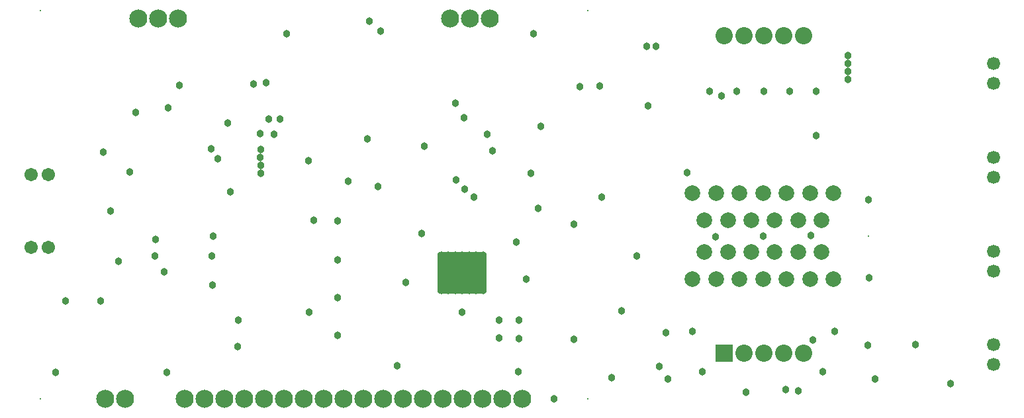
<source format=gbr>
%TF.GenerationSoftware,Altium Limited,Altium Designer,19.1.8 (144)*%
G04 Layer_Color=8388736*
%FSLAX26Y26*%
%MOIN*%
%TF.FileFunction,Soldermask,Top*%
%TF.Part,Single*%
G01*
G75*
%TA.AperFunction,ComponentPad*%
%ADD78C,0.008000*%
%ADD79C,0.090677*%
%TA.AperFunction,ViaPad*%
%ADD80C,0.067055*%
%TA.AperFunction,ComponentPad*%
%ADD81C,0.078866*%
%ADD82C,0.086740*%
%ADD83R,0.086740X0.086740*%
%ADD84C,0.066268*%
%TA.AperFunction,ViaPad*%
%ADD85C,0.038000*%
G36*
X2338172Y840551D02*
X2346457Y831514D01*
X2346456Y640748D01*
X2336614Y630905D01*
X2109477Y630905D01*
X2099409Y640972D01*
X2099409Y831468D01*
X2108492Y840551D01*
X2338172Y840551D01*
D02*
G37*
D78*
X98425Y98425D02*
D03*
X2854331D02*
D03*
Y2055118D02*
D03*
X98425D02*
D03*
X4268504Y919842D02*
D03*
D79*
X426378Y98425D02*
D03*
X526378D02*
D03*
X826378D02*
D03*
X926378D02*
D03*
X1026378D02*
D03*
X1126378D02*
D03*
X1226378D02*
D03*
X1326378D02*
D03*
X1426378D02*
D03*
X1526378D02*
D03*
X1626378D02*
D03*
X1726378D02*
D03*
X1826378D02*
D03*
X1926378D02*
D03*
X2026378D02*
D03*
X2126378D02*
D03*
X2226378D02*
D03*
X2326378D02*
D03*
X2426378D02*
D03*
X2526378D02*
D03*
X790551Y2015748D02*
D03*
X690551D02*
D03*
X590551D02*
D03*
X2162205D02*
D03*
X2262205D02*
D03*
X2362205D02*
D03*
D80*
X51181Y1230315D02*
D03*
X139764Y864173D02*
D03*
X51181D02*
D03*
X139764Y1230315D02*
D03*
D81*
X3382677Y703307D02*
D03*
X3500787D02*
D03*
X3618898D02*
D03*
X3737008D02*
D03*
X3855118D02*
D03*
X3973228D02*
D03*
X4091339D02*
D03*
X3441732Y841102D02*
D03*
X3559843D02*
D03*
X3677953D02*
D03*
X3796063D02*
D03*
X3914173D02*
D03*
X4032284D02*
D03*
X3441732Y998583D02*
D03*
X3559843D02*
D03*
X3677953D02*
D03*
X3796063D02*
D03*
X3914173D02*
D03*
X4032284D02*
D03*
X3382677Y1136378D02*
D03*
X3500787D02*
D03*
X3618898D02*
D03*
X3737008D02*
D03*
X3855118D02*
D03*
X3973228D02*
D03*
X4091339D02*
D03*
D82*
X3540157Y1930433D02*
D03*
X3640157D02*
D03*
X3740157D02*
D03*
X3840157D02*
D03*
X3940157D02*
D03*
Y330433D02*
D03*
X3840157D02*
D03*
X3740157D02*
D03*
X3640157D02*
D03*
D83*
X3540157D02*
D03*
D84*
X4896614Y1788937D02*
D03*
Y1688937D02*
D03*
Y1316496D02*
D03*
Y1216496D02*
D03*
Y844055D02*
D03*
Y744055D02*
D03*
Y371614D02*
D03*
Y271614D02*
D03*
D85*
X2976378Y204724D02*
D03*
X3258266Y200787D02*
D03*
X3651301Y132913D02*
D03*
X4037284Y237831D02*
D03*
X4681232Y177165D02*
D03*
X4303150Y200787D02*
D03*
X1208661Y1274717D02*
D03*
X4504922Y373031D02*
D03*
X4263779Y370079D02*
D03*
X3248032Y433071D02*
D03*
X3382677Y440945D02*
D03*
X1208661Y1354717D02*
D03*
Y1234717D02*
D03*
X1206235Y1314717D02*
D03*
X1893701Y267716D02*
D03*
X2508858Y404528D02*
D03*
X2408213Y405512D02*
D03*
X3988189Y396654D02*
D03*
X2409444Y496062D02*
D03*
X2507869D02*
D03*
X2784291Y399606D02*
D03*
X3850394Y145669D02*
D03*
X3913386Y139291D02*
D03*
X3215828Y263779D02*
D03*
X4098425Y440945D02*
D03*
X2327598Y822598D02*
D03*
Y787598D02*
D03*
Y752598D02*
D03*
Y717598D02*
D03*
Y682598D02*
D03*
Y647598D02*
D03*
X2292598Y822598D02*
D03*
Y787598D02*
D03*
Y647598D02*
D03*
X2257598Y822598D02*
D03*
Y787598D02*
D03*
Y647598D02*
D03*
X2222598Y822598D02*
D03*
Y787598D02*
D03*
Y647598D02*
D03*
X2187598Y822598D02*
D03*
Y787598D02*
D03*
Y647598D02*
D03*
X2152598Y822598D02*
D03*
Y787598D02*
D03*
Y647598D02*
D03*
X2117598Y822598D02*
D03*
Y787598D02*
D03*
Y752598D02*
D03*
Y717598D02*
D03*
Y682598D02*
D03*
Y647598D02*
D03*
X3356299Y1238701D02*
D03*
X3737205Y920276D02*
D03*
X2187795Y1588583D02*
D03*
X2374598Y1348425D02*
D03*
X3527439Y1625984D02*
D03*
X2617126Y1471457D02*
D03*
X2568289Y1236220D02*
D03*
X2815787Y1672244D02*
D03*
X2349409Y1432244D02*
D03*
X1811024Y1952756D02*
D03*
X1755906Y2002953D02*
D03*
X2581181Y1940945D02*
D03*
X3151180Y1876865D02*
D03*
X3198819D02*
D03*
X3467520Y1650591D02*
D03*
X2926181Y1116142D02*
D03*
X2916339Y1676181D02*
D03*
X3156496Y1575787D02*
D03*
X2232284Y1514764D02*
D03*
X1744094Y1411174D02*
D03*
X3978347Y923228D02*
D03*
X2235236Y1157480D02*
D03*
X2190945Y1202756D02*
D03*
X2281496Y1115158D02*
D03*
X2222441Y536417D02*
D03*
X962598Y820866D02*
D03*
X722244Y738681D02*
D03*
X1235236Y1691929D02*
D03*
X1172244Y1685039D02*
D03*
X1248032Y1508858D02*
D03*
X1306102Y1507874D02*
D03*
X4165354Y1830669D02*
D03*
Y1790669D02*
D03*
Y1710669D02*
D03*
Y1750669D02*
D03*
X4004921Y1648622D02*
D03*
X3606299D02*
D03*
X3873032Y1649606D02*
D03*
X3740157D02*
D03*
X1204725Y1436024D02*
D03*
X741142Y1566929D02*
D03*
X1336902Y1940945D02*
D03*
X2017666Y933182D02*
D03*
X3499016Y916339D02*
D03*
X3102362Y817913D02*
D03*
X3023622Y543307D02*
D03*
X4004921Y1425197D02*
D03*
X4271654Y708307D02*
D03*
X4267717Y1103975D02*
D03*
X1452756Y535118D02*
D03*
X679460Y901575D02*
D03*
X964567Y673228D02*
D03*
X1094488Y496063D02*
D03*
X173228Y232284D02*
D03*
X1055118Y1144410D02*
D03*
X452269Y1047244D02*
D03*
X413386Y1343504D02*
D03*
X1275591Y1432087D02*
D03*
X1448819Y1300440D02*
D03*
X2031496Y1373032D02*
D03*
X1937008Y685039D02*
D03*
X2503937Y236220D02*
D03*
X2685039Y98425D02*
D03*
X2543307Y703740D02*
D03*
X2603346Y1059732D02*
D03*
X1475406Y1000079D02*
D03*
X549724Y1241931D02*
D03*
X799213Y1678150D02*
D03*
X3431851Y236220D02*
D03*
X1090551Y362205D02*
D03*
X1595524Y418358D02*
D03*
X1595472Y798925D02*
D03*
Y610236D02*
D03*
X1595760Y997311D02*
D03*
X1648622Y1194882D02*
D03*
X1799213Y1170276D02*
D03*
X674213Y817913D02*
D03*
X492126Y791339D02*
D03*
X226378Y594488D02*
D03*
X400591D02*
D03*
X969488Y920276D02*
D03*
X579724Y1542323D02*
D03*
X734252Y233268D02*
D03*
X2783366Y978248D02*
D03*
X2496063Y889764D02*
D03*
X958662Y1360236D02*
D03*
X992126Y1308071D02*
D03*
X1042323Y1491142D02*
D03*
%TF.MD5,98da36ff4e426cecf94bf8204e9f4c4e*%
M02*

</source>
